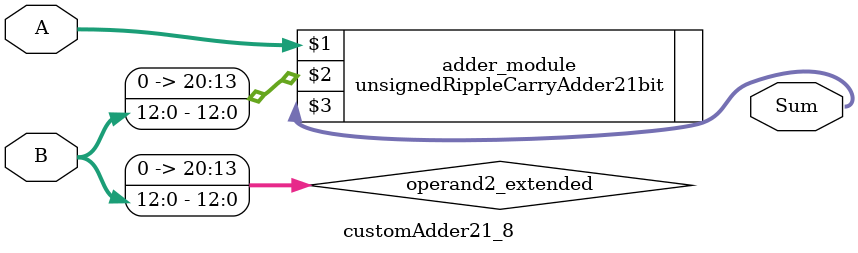
<source format=v>

module customAdder21_8(
                    input [20 : 0] A,
                    input [12 : 0] B,
                    
                    output [21 : 0] Sum
            );

    wire [20 : 0] operand2_extended;
    
    assign operand2_extended =  {8'b0, B};
    
    unsignedRippleCarryAdder21bit adder_module(
        A,
        operand2_extended,
        Sum
    );
    
endmodule
        
</source>
